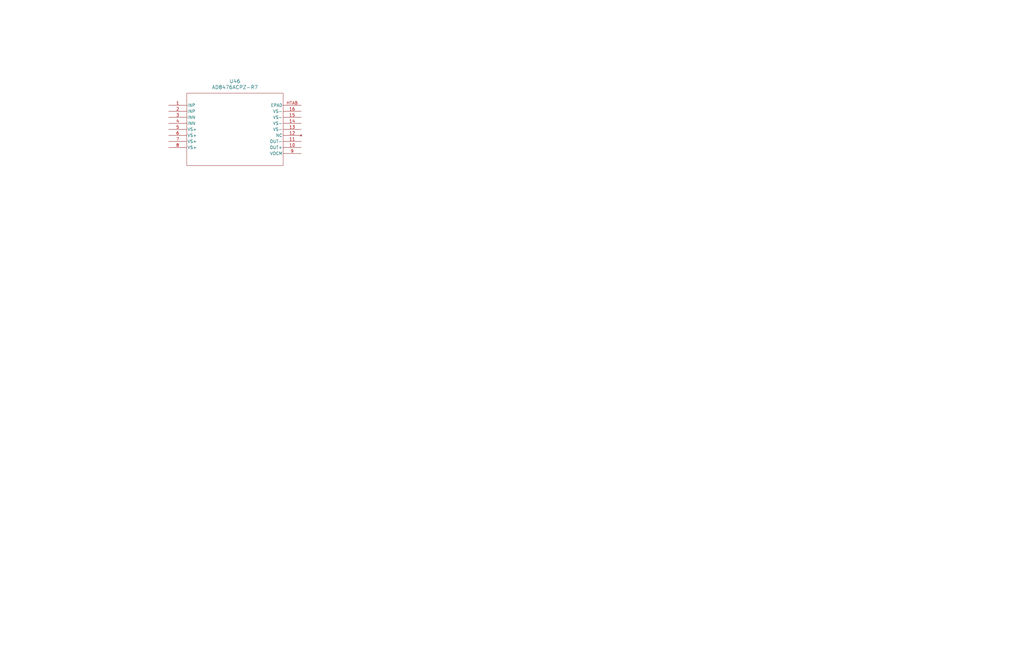
<source format=kicad_sch>
(kicad_sch (version 20250114) (generator "eeschema") (generator_version "9.0")
  (paper "B")
  (title_block (title "Single-Ended to Differential Driver Amps (Rx)") (date "2026-01-02") (rev "0.0") (company "Andy McCann KA3KAF and Doug McCann KA3KAG"))
  (lib_symbols
    (symbol "AD8467:AD8476ACPZ-R7" (pin_names (offset 0.254))
      (property "Reference" "U" (at 27.94 10.16 0))
      (property "Value" "AD8476ACPZ-R7" (at 27.94 7.62 0))
      (symbol "AD8476ACPZ-R7_0_1"
        (polyline (pts (xy 7.62 5.08) (xy 7.62 -25.4)) (stroke (width 0.127)))
        (polyline (pts (xy 7.62 -25.4) (xy 48.26 -25.4)) (stroke (width 0.127)))
        (polyline (pts (xy 48.26 5.08) (xy 7.62 5.08)) (stroke (width 0.127)))
        (polyline (pts (xy 48.26 -25.4) (xy 48.26 5.08)) (stroke (width 0.127)))
        (pin input line (at 0 0 0) (length 7.62) (name "INP") (number "1"))
        (pin input line (at 0 -2.54 0) (length 7.62) (name "INP") (number "2"))
        (pin input line (at 0 -5.08 0) (length 7.62) (name "INN") (number "3"))
        (pin input line (at 0 -7.62 0) (length 7.62) (name "INN") (number "4"))
        (pin power_in line (at 0 -10.16 0) (length 7.62) (name "VS+") (number "5"))
        (pin power_in line (at 0 -12.7 0) (length 7.62) (name "VS+") (number "6"))
        (pin power_in line (at 0 -15.24 0) (length 7.62) (name "VS+") (number "7"))
        (pin power_in line (at 0 -17.78 0) (length 7.62) (name "VS+") (number "8"))
        (pin unspecified line (at 55.88 0 180) (length 7.62) (name "EPAD") (number "HTAB"))
        (pin power_in line (at 55.88 -2.54 180) (length 7.62) (name "VS-") (number "16"))
        (pin power_in line (at 55.88 -5.08 180) (length 7.62) (name "VS-") (number "15"))
        (pin power_in line (at 55.88 -7.62 180) (length 7.62) (name "VS-") (number "14"))
        (pin power_in line (at 55.88 -10.16 180) (length 7.62) (name "VS-") (number "13"))
        (pin no_connect line (at 55.88 -12.7 180) (length 7.62) (name "NC") (number "12"))
        (pin output line (at 55.88 -15.24 180) (length 7.62) (name "OUT-") (number "11"))
        (pin output line (at 55.88 -17.78 180) (length 7.62) (name "OUT+") (number "10"))
        (pin output line (at 55.88 -20.32 180) (length 7.62) (name "VOCM") (number "9"))
      )
    )
  )
  (symbol (lib_id "AD8467:AD8476ACPZ-R7") (at 71.12 44.45 0) (unit 1)
    (property "Reference" "U46" (at 99.06 34.29 0) (effects (font (size 1.524 1.524))))
    (property "Value" "AD8476ACPZ-R7" (at 99.06 36.83 0) (effects (font (size 1.524 1.524))))
    (property "Footprint" "CP_16_25_ADI" (effects (hide yes)))
    (property "Datasheet" "https://www.analog.com/media/en/technical-documentation/data-sheets/AD8476.pdf" (effects (hide yes)))
  )
)
</source>
